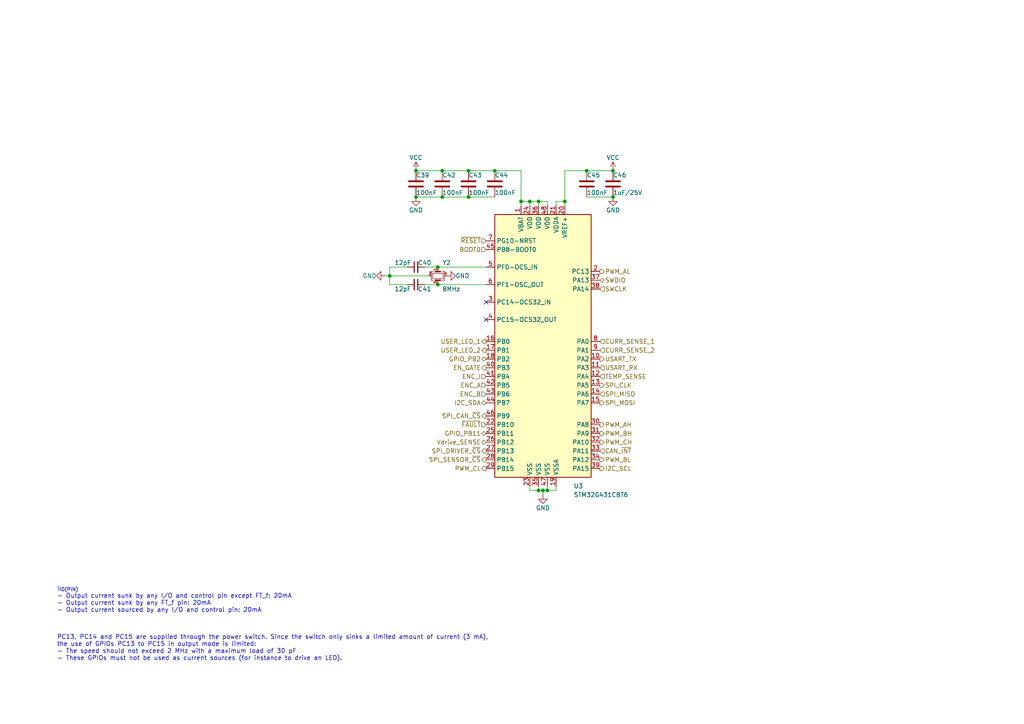
<source format=kicad_sch>
(kicad_sch (version 20211123) (generator eeschema)
  (paper "A4")
  (lib_symbols
    (symbol "Device:C" (pin_numbers hide) (pin_names (offset 0.254))
      (property "Reference" "C" (at 0.635 2.54 0))
      (property "Value" "C" (at 0.635 -2.54 0))
      (symbol "C_0_1"
        (polyline (pts (xy -2.032 -0.762) (xy 2.032 -0.762)) (stroke (width 0.508)))
        (polyline (pts (xy -2.032 0.762) (xy 2.032 0.762)) (stroke (width 0.508)))
      )
      (symbol "C_1_1"
        (pin passive line (at 0 3.81 270) (length 2.794) (name "~") (number "1"))
        (pin passive line (at 0 -3.81 90) (length 2.794) (name "~") (number "2"))
      )
    )
    (symbol "Device:C_Small" (pin_numbers hide) (pin_names (offset 0.254) hide)
      (property "Reference" "C" (at 0.254 1.778 0))
      (property "Value" "C_Small" (at 0.254 -2.032 0))
      (symbol "C_Small_0_1"
        (polyline (pts (xy -1.524 -0.508) (xy 1.524 -0.508)) (stroke (width 0.3302)))
        (polyline (pts (xy -1.524 0.508) (xy 1.524 0.508)) (stroke (width 0.3048)))
      )
      (symbol "C_Small_1_1"
        (pin passive line (at 0 2.54 270) (length 2.032) (name "~") (number "1"))
        (pin passive line (at 0 -2.54 90) (length 2.032) (name "~") (number "2"))
      )
    )
    (symbol "Device:Crystal_GND24_Small" (pin_names (offset 1.016) hide)
      (property "Reference" "Y" (at 1.27 4.445 0))
      (property "Value" "Crystal_GND24_Small" (at 1.27 2.54 0))
      (symbol "Crystal_GND24_Small_0_1"
        (rectangle (start -0.762 -1.524) (end 0.762 1.524))
        (polyline (pts (xy -1.27 -0.762) (xy -1.27 0.762)) (stroke (width 0.381)))
        (polyline (pts (xy 1.27 -0.762) (xy 1.27 0.762)) (stroke (width 0.381)))
        (polyline (pts (xy -1.27 -1.27) (xy -1.27 -1.905) (xy 1.27 -1.905) (xy 1.27 -1.27)))
        (polyline (pts (xy -1.27 1.27) (xy -1.27 1.905) (xy 1.27 1.905) (xy 1.27 1.27)))
      )
      (symbol "Crystal_GND24_Small_1_1"
        (pin passive line (at -2.54 0 0) (length 1.27) (name "1") (number "1"))
        (pin passive line (at 0 -2.54 90) (length 0.635) (name "2") (number "2"))
        (pin passive line (at 2.54 0 180) (length 1.27) (name "3") (number "3"))
        (pin passive line (at 0 2.54 270) (length 0.635) (name "4") (number "4"))
      )
    )
    (symbol "moco:STM32G431CBT6"
      (property "Reference" "U" (at 13.97 43.18 0))
      (property "Value" "STM32G431CBT6" (at 21.59 45.72 0))
      (symbol "STM32G431CBT6_0_1"
        (rectangle (start -13.97 -34.29) (end 13.97 41.91) (stroke (width 0.254)) (fill (type background)))
      )
      (symbol "STM32G431CBT6_1_1"
        (pin power_in line (at -6.35 44.45 270) (length 2.54) (name "VBAT") (number "1"))
        (pin bidirectional line (at 16.51 0 180) (length 2.54) (name "PA2") (number "10"))
        (pin bidirectional line (at 16.51 -2.54 180) (length 2.54) (name "PA3") (number "11"))
        (pin bidirectional line (at 16.51 -5.08 180) (length 2.54) (name "PA4") (number "12"))
        (pin bidirectional line (at 16.51 -7.62 180) (length 2.54) (name "PA5") (number "13"))
        (pin bidirectional line (at 16.51 -10.16 180) (length 2.54) (name "PA6") (number "14"))
        (pin bidirectional line (at 16.51 -12.7 180) (length 2.54) (name "PA7") (number "15"))
        (pin bidirectional line (at -16.51 5.08 0) (length 2.54) (name "PB0") (number "16"))
        (pin bidirectional line (at -16.51 2.54 0) (length 2.54) (name "PB1") (number "17"))
        (pin bidirectional line (at -16.51 0 0) (length 2.54) (name "PB2") (number "18"))
        (pin power_in line (at 3.81 -36.83 90) (length 2.54) (name "VSSA") (number "19"))
        (pin bidirectional line (at 16.51 25.4 180) (length 2.54) (name "PC13") (number "2"))
        (pin power_in line (at 6.35 44.45 270) (length 2.54) (name "VREF+") (number "20"))
        (pin power_in line (at 3.81 44.45 270) (length 2.54) (name "VDDA") (number "21"))
        (pin bidirectional line (at -16.51 -19.05 0) (length 2.54) (name "PB10") (number "22"))
        (pin power_in line (at -3.81 -36.83 90) (length 2.54) (name "VSS") (number "23"))
        (pin power_in line (at -3.81 44.45 270) (length 2.54) (name "VDD") (number "24"))
        (pin bidirectional line (at -16.51 -21.59 0) (length 2.54) (name "PB11") (number "25"))
        (pin bidirectional line (at -16.51 -24.13 0) (length 2.54) (name "PB12") (number "26"))
        (pin bidirectional line (at -16.51 -26.67 0) (length 2.54) (name "PB13") (number "27"))
        (pin bidirectional line (at -16.51 -29.21 0) (length 2.54) (name "PB14") (number "28"))
        (pin bidirectional line (at -16.51 -31.75 0) (length 2.54) (name "PB15") (number "29"))
        (pin bidirectional line (at -16.51 16.51 0) (length 2.54) (name "PC14-OCS32_IN") (number "3"))
        (pin bidirectional line (at 16.51 -19.05 180) (length 2.54) (name "PA8") (number "30"))
        (pin bidirectional line (at 16.51 -21.59 180) (length 2.54) (name "PA9") (number "31"))
        (pin bidirectional line (at 16.51 -24.13 180) (length 2.54) (name "PA10") (number "32"))
        (pin bidirectional line (at 16.51 -26.67 180) (length 2.54) (name "PA11") (number "33"))
        (pin bidirectional line (at 16.51 -29.21 180) (length 2.54) (name "PA12") (number "34"))
        (pin power_in line (at -1.27 -36.83 90) (length 2.54) (name "VSS") (number "35"))
        (pin power_in line (at -1.27 44.45 270) (length 2.54) (name "VDD") (number "36"))
        (pin bidirectional line (at 16.51 22.86 180) (length 2.54) (name "PA13") (number "37"))
        (pin bidirectional line (at 16.51 20.32 180) (length 2.54) (name "PA14") (number "38"))
        (pin bidirectional line (at 16.51 -31.75 180) (length 2.54) (name "PA15") (number "39"))
        (pin bidirectional line (at -16.51 11.43 0) (length 2.54) (name "PC15-OCS32_OUT") (number "4"))
        (pin bidirectional line (at -16.51 -2.54 0) (length 2.54) (name "PB3") (number "40"))
        (pin bidirectional line (at -16.51 -5.08 0) (length 2.54) (name "PB4") (number "41"))
        (pin bidirectional line (at -16.51 -7.62 0) (length 2.54) (name "PB5") (number "42"))
        (pin bidirectional line (at -16.51 -10.16 0) (length 2.54) (name "PB6") (number "43"))
        (pin bidirectional line (at -16.51 -12.7 0) (length 2.54) (name "PB7") (number "44"))
        (pin bidirectional line (at -16.51 31.75 0) (length 2.54) (name "PB8-BOOT0") (number "45"))
        (pin bidirectional line (at -16.51 -16.51 0) (length 2.54) (name "PB9") (number "46"))
        (pin power_in line (at 1.27 -36.83 90) (length 2.54) (name "VSS") (number "47"))
        (pin power_in line (at 1.27 44.45 270) (length 2.54) (name "VDD") (number "48"))
        (pin bidirectional line (at -16.51 26.67 0) (length 2.54) (name "PF0-OCS_IN") (number "5"))
        (pin bidirectional line (at -16.51 21.59 0) (length 2.54) (name "PF1-OSC_OUT") (number "6"))
        (pin bidirectional line (at -16.51 34.29 0) (length 2.54) (name "PG10-NRST") (number "7"))
        (pin bidirectional line (at 16.51 5.08 180) (length 2.54) (name "PA0") (number "8"))
        (pin bidirectional line (at 16.51 2.54 180) (length 2.54) (name "PA1") (number "9"))
      )
    )
    (symbol "power:GND" (power) (pin_names (offset 0))
      (property "Value" "GND" (at 0 -3.81 0))
      (symbol "GND_0_1"
        (polyline (pts (xy 0 0) (xy 0 -1.27) (xy 1.27 -1.27) (xy 0 -2.54) (xy -1.27 -1.27) (xy 0 -1.27)))
      )
      (symbol "GND_1_1"
        (pin power_in line (at 0 0 270) (length 0) hide (name "GND") (number "1"))
      )
    )
    (symbol "power:VCC" (power) (pin_names (offset 0))
      (property "Value" "VCC" (at 0 3.81 0))
      (symbol "VCC_0_1"
        (polyline (pts (xy -0.762 1.27) (xy 0 2.54)))
        (polyline (pts (xy 0 0) (xy 0 2.54)))
        (polyline (pts (xy 0 2.54) (xy 0.762 1.27)))
      )
      (symbol "VCC_1_1"
        (pin power_in line (at 0 0 90) (length 0) hide (name "VCC") (number "1"))
      )
    )
  )
  (junction (at 127 82.55))
  (junction (at 127 77.47))
  (junction (at 128.27 49.53))
  (junction (at 120.65 49.53))
  (junction (at 128.27 57.15))
  (junction (at 157.48 142.24))
  (junction (at 135.89 49.53))
  (junction (at 177.8 57.15))
  (junction (at 177.8 49.53))
  (junction (at 156.21 58.42))
  (junction (at 151.13 58.42))
  (junction (at 120.65 57.15))
  (junction (at 163.83 58.42))
  (junction (at 156.21 142.24))
  (junction (at 153.67 58.42))
  (junction (at 143.51 49.53))
  (junction (at 135.89 57.15))
  (junction (at 113.03 80.01))
  (junction (at 158.75 142.24))
  (junction (at 170.18 49.53))
  (no_connect (at 140.97 87.63))
  (no_connect (at 140.97 92.71))
  (wire (pts (xy 113.03 82.55) (xy 118.11 82.55)))
  (wire (pts (xy 123.19 77.47) (xy 127 77.47)))
  (wire (pts (xy 163.83 58.42) (xy 163.83 59.69)))
  (wire (pts (xy 135.89 49.53) (xy 128.27 49.53)))
  (wire (pts (xy 127 82.55) (xy 140.97 82.55)))
  (wire (pts (xy 158.75 58.42) (xy 156.21 58.42)))
  (wire (pts (xy 157.48 142.24) (xy 158.75 142.24)))
  (wire (pts (xy 113.03 80.01) (xy 113.03 82.55)))
  (wire (pts (xy 127 77.47) (xy 140.97 77.47)))
  (wire (pts (xy 113.03 80.01) (xy 111.76 80.01)))
  (wire (pts (xy 156.21 140.97) (xy 156.21 142.24)))
  (wire (pts (xy 113.03 77.47) (xy 118.11 77.47)))
  (wire (pts (xy 120.65 57.15) (xy 128.27 57.15)))
  (wire (pts (xy 153.67 58.42) (xy 151.13 58.42)))
  (wire (pts (xy 128.27 49.53) (xy 120.65 49.53)))
  (wire (pts (xy 161.29 58.42) (xy 163.83 58.42)))
  (wire (pts (xy 135.89 57.15) (xy 143.51 57.15)))
  (wire (pts (xy 151.13 49.53) (xy 151.13 58.42)))
  (wire (pts (xy 156.21 58.42) (xy 153.67 58.42)))
  (wire (pts (xy 158.75 59.69) (xy 158.75 58.42)))
  (wire (pts (xy 161.29 59.69) (xy 161.29 58.42)))
  (wire (pts (xy 156.21 142.24) (xy 157.48 142.24)))
  (wire (pts (xy 157.48 143.51) (xy 157.48 142.24)))
  (wire (pts (xy 161.29 140.97) (xy 161.29 142.24)))
  (wire (pts (xy 128.27 57.15) (xy 135.89 57.15)))
  (wire (pts (xy 153.67 142.24) (xy 156.21 142.24)))
  (wire (pts (xy 123.19 82.55) (xy 127 82.55)))
  (wire (pts (xy 153.67 140.97) (xy 153.67 142.24)))
  (wire (pts (xy 151.13 58.42) (xy 151.13 59.69)))
  (wire (pts (xy 143.51 49.53) (xy 135.89 49.53)))
  (wire (pts (xy 143.51 49.53) (xy 151.13 49.53)))
  (wire (pts (xy 158.75 140.97) (xy 158.75 142.24)))
  (wire (pts (xy 158.75 142.24) (xy 161.29 142.24)))
  (wire (pts (xy 113.03 80.01) (xy 124.46 80.01)))
  (wire (pts (xy 170.18 57.15) (xy 177.8 57.15)))
  (wire (pts (xy 170.18 49.53) (xy 177.8 49.53)))
  (wire (pts (xy 113.03 77.47) (xy 113.03 80.01)))
  (wire (pts (xy 163.83 58.42) (xy 163.83 49.53)))
  (wire (pts (xy 156.21 58.42) (xy 156.21 59.69)))
  (wire (pts (xy 153.67 58.42) (xy 153.67 59.69)))
  (wire (pts (xy 163.83 49.53) (xy 170.18 49.53)))
  (text "I_{IO(PIN)}\n- Output current sunk by any I/O and control pin except FT_f: 20mA\n- Output current sunk by any FT_f pin: 20mA\n- Output current sourced by any I/O and control pin: 20mA" (at 16.51 177.8 0) (effects (font (size 1.27 1.27)) (justify left bottom)))
  (text "PC13, PC14 and PC15 are supplied through the power switch. Since the switch only sinks a limited amount of current (3 mA),\nthe use of GPIOs PC13 to PC15 in output mode is limited:\n- The speed should not exceed 2 MHz with a maximum load of 30 pF\n- These GPIOs must not be used as current sources (for instance to drive an LED)." (at 16.51 191.77 0) (effects (font (size 1.27 1.27)) (justify left bottom)))
  (hierarchical_label "SPI_DRIVER_~{CS}" (shape output) (at 140.97 130.81 180))
  (hierarchical_label "SPI_CLK" (shape output) (at 173.99 111.76 0))
  (hierarchical_label "CAN_~{INT}" (shape input) (at 173.99 130.81 0))
  (hierarchical_label "USER_LED_1" (shape output) (at 140.97 99.06 180))
  (hierarchical_label "ENC_B" (shape input) (at 140.97 114.3 180))
  (hierarchical_label "PWM_CH" (shape output) (at 173.99 128.27 0))
  (hierarchical_label "TEMP_SENSE" (shape input) (at 173.99 109.22 0))
  (hierarchical_label "PWM_CL" (shape output) (at 140.97 135.89 180))
  (hierarchical_label "I2C_SCL" (shape output) (at 173.99 135.89 0))
  (hierarchical_label "SPI_MISO" (shape input) (at 173.99 114.3 0))
  (hierarchical_label "PWM_AH" (shape output) (at 173.99 123.19 0))
  (hierarchical_label "BOOT0" (shape input) (at 140.97 72.39 180))
  (hierarchical_label "SWCLK" (shape input) (at 173.99 83.82 0))
  (hierarchical_label "SWDIO" (shape bidirectional) (at 173.99 81.28 0))
  (hierarchical_label "SPI_CAN_~{CS}" (shape output) (at 140.97 120.65 180))
  (hierarchical_label "PWM_BH" (shape output) (at 173.99 125.73 0))
  (hierarchical_label "CURR_SENSE_2" (shape input) (at 173.99 101.6 0))
  (hierarchical_label "EN_GATE" (shape output) (at 140.97 106.68 180))
  (hierarchical_label "Vdrive_SENSE" (shape bidirectional) (at 140.97 128.27 180))
  (hierarchical_label "GPIO_PB11" (shape bidirectional) (at 140.97 125.73 180))
  (hierarchical_label "USART_RX" (shape input) (at 173.99 106.68 0))
  (hierarchical_label "PWM_AL" (shape output) (at 173.99 78.74 0))
  (hierarchical_label "SPI_SENSOR_~{CS}" (shape output) (at 140.97 133.35 180))
  (hierarchical_label "ENC_I" (shape input) (at 140.97 109.22 180))
  (hierarchical_label "USART_TX" (shape output) (at 173.99 104.14 0))
  (hierarchical_label "~{FAULT}" (shape input) (at 140.97 123.19 180))
  (hierarchical_label "PWM_BL" (shape output) (at 173.99 133.35 0))
  (hierarchical_label "I2C_SDA" (shape bidirectional) (at 140.97 116.84 180))
  (hierarchical_label "SPI_MOSI" (shape output) (at 173.99 116.84 0))
  (hierarchical_label "CURR_SENSE_1" (shape input) (at 173.99 99.06 0))
  (hierarchical_label "GPIO_PB2" (shape bidirectional) (at 140.97 104.14 180))
  (hierarchical_label "USER_LED_2" (shape output) (at 140.97 101.6 180))
  (hierarchical_label "~{RESET}" (shape input) (at 140.97 69.85 180))
  (hierarchical_label "ENC_A" (shape input) (at 140.97 111.76 180))
  (symbol (lib_id "Device:C") (at 135.89 53.34 0) (unit 1)
    (property "Reference" "C43" (at 135.89 50.8 0) (effects (justify left)))
    (property "Value" "100nF" (at 135.89 55.88 0) (effects (justify left)))
    (property "Footprint" "Capacitor_SMD:C_0402_1005Metric" (effects hide))
    (property "JLCPCB Part #" "C1525" (effects hide))
    (property "MFR.Part #" "CL05B104KO5NNNC" (effects hide))
  )
  (symbol (lib_id "power:VCC") (at 120.65 49.53 0) (unit 1)
    (property "Reference" "#PWR077" (effects hide))
    (property "Value" "VCC" (at 120.65 45.72 0))
  )
  (symbol (lib_id "Device:C_Small") (at 120.65 82.55 270) (unit 1)
    (property "Reference" "C41" (at 123.19 83.82 90))
    (property "Value" "12pF" (at 116.84 83.82 90))
    (property "Footprint" "Capacitor_SMD:C_0402_1005Metric" (effects hide))
  )
  (symbol (lib_id "moco:STM32G431CBT6") (at 157.48 104.14 0) (unit 1)
    (property "Reference" "U3" (at 166.37 140.97 0) (effects (justify left)))
    (property "Value" "STM32G431CBT6" (at 166.37 143.51 0) (effects (justify left)))
    (property "Footprint" "Package_QFP:LQFP-48_7x7mm_P0.5mm" (effects hide))
  )
  (symbol (lib_id "power:GND") (at 177.8 57.15 0) (unit 1)
    (property "Reference" "#PWR082" (effects hide))
    (property "Value" "GND" (at 177.8 60.96 0))
  )
  (symbol (lib_id "power:GND") (at 129.54 80.01 90) (unit 1)
    (property "Reference" "#PWR079" (effects hide))
    (property "Value" "GND" (at 132.08 80.01 90) (effects (justify right)))
  )
  (symbol (lib_id "Device:C") (at 128.27 53.34 0) (unit 1)
    (property "Reference" "C42" (at 128.27 50.8 0) (effects (justify left)))
    (property "Value" "100nF" (at 128.27 55.88 0) (effects (justify left)))
    (property "Footprint" "Capacitor_SMD:C_0402_1005Metric" (effects hide))
    (property "JLCPCB Part #" "C1525" (effects hide))
    (property "MFR.Part #" "CL05B104KO5NNNC" (effects hide))
  )
  (symbol (lib_id "power:GND") (at 157.48 143.51 0) (unit 1)
    (property "Reference" "#PWR080" (effects hide))
    (property "Value" "GND" (at 157.48 147.32 0))
  )
  (symbol (lib_id "Device:C") (at 143.51 53.34 0) (unit 1)
    (property "Reference" "C44" (at 143.51 50.8 0) (effects (justify left)))
    (property "Value" "100nF" (at 143.51 55.88 0) (effects (justify left)))
    (property "Footprint" "Capacitor_SMD:C_0402_1005Metric" (effects hide))
    (property "JLCPCB Part #" "C1525" (effects hide))
    (property "MFR.Part #" "CL05B104KO5NNNC" (effects hide))
  )
  (symbol (lib_id "Device:C") (at 120.65 53.34 0) (unit 1)
    (property "Reference" "C39" (at 120.65 50.8 0) (effects (justify left)))
    (property "Value" "100nF" (at 120.65 55.88 0) (effects (justify left)))
    (property "Footprint" "Capacitor_SMD:C_0402_1005Metric" (effects hide))
    (property "JLCPCB Part #" "C1525" (effects hide))
    (property "MFR.Part #" "CL05B104KO5NNNC" (effects hide))
  )
  (symbol (lib_id "Device:C_Small") (at 120.65 77.47 90) (unit 1)
    (property "Reference" "C40" (at 123.19 76.2 90))
    (property "Value" "12pF" (at 116.84 76.2 90))
    (property "Footprint" "Capacitor_SMD:C_0402_1005Metric" (effects hide))
  )
  (symbol (lib_id "Device:C") (at 170.18 53.34 0) (unit 1)
    (property "Reference" "C45" (at 170.18 50.8 0) (effects (justify left)))
    (property "Value" "100nF" (at 170.18 55.88 0) (effects (justify left)))
    (property "Footprint" "Capacitor_SMD:C_0402_1005Metric" (effects hide))
    (property "JLCPCB Part #" "C1525" (effects hide))
    (property "MFR.Part #" "CL05B104KO5NNNC" (effects hide))
  )
  (symbol (lib_id "Device:C") (at 177.8 53.34 0) (unit 1)
    (property "Reference" "C46" (at 177.8 50.8 0) (effects (justify left)))
    (property "Value" "1uF/25V" (at 177.8 55.88 0) (effects (justify left)))
    (property "Footprint" "Capacitor_SMD:C_0402_1005Metric" (effects hide))
  )
  (symbol (lib_id "power:VCC") (at 177.8 49.53 0) (unit 1)
    (property "Reference" "#PWR081" (effects hide))
    (property "Value" "VCC" (at 177.8 45.72 0))
  )
  (symbol (lib_id "power:GND") (at 120.65 57.15 0) (unit 1)
    (property "Reference" "#PWR078" (effects hide))
    (property "Value" "GND" (at 120.65 60.96 0))
  )
  (symbol (lib_id "power:GND") (at 111.76 80.01 270) (unit 1)
    (property "Reference" "#PWR076" (effects hide))
    (property "Value" "GND" (at 109.22 80.01 90) (effects (justify right)))
  )
  (symbol (lib_id "Device:Crystal_GND24_Small") (at 127 80.01 270) (unit 1)
    (property "Reference" "Y2" (at 128.27 76.2 90) (effects (justify left)))
    (property "Value" "8MHz" (at 128.27 83.82 90) (effects (justify left)))
    (property "Footprint" "Crystal:Crystal_SMD_3225-4Pin_3.2x2.5mm" (effects hide))
    (property "MFR.Part #" "1C208000BC0R" (effects hide))
    (property "JLCPCB Part #" "C57131" (effects hide))
  )
)
</source>
